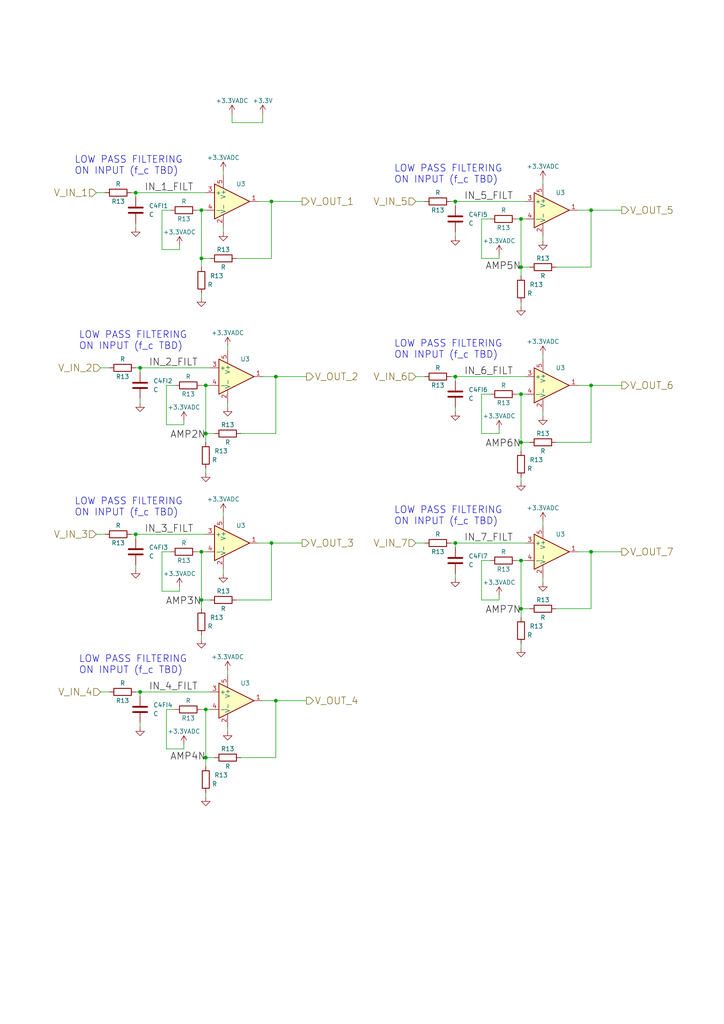
<source format=kicad_sch>
(kicad_sch (version 20230121) (generator eeschema)
  (paper "A4" portrait)
  (lib_symbols
    (symbol "Device:C" (pin_numbers hide) (pin_names (offset 0.254))
      (property "Reference" "C" (at 0.635 2.54 0))
      (property "Value" "C" (at 0.635 -2.54 0))
      (symbol "C_0_1"
        (polyline (pts (xy -2.032 -0.762) (xy 2.032 -0.762)) (stroke (width 0.508)))
        (polyline (pts (xy -2.032 0.762) (xy 2.032 0.762)) (stroke (width 0.508)))
      )
      (symbol "C_1_1"
        (pin passive line (at 0 3.81 270) (length 2.794) (name "~") (number "1"))
        (pin passive line (at 0 -3.81 90) (length 2.794) (name "~") (number "2"))
      )
    )
    (symbol "Device:R" (pin_numbers hide) (pin_names (offset 0))
      (property "Reference" "R" (at 2.032 0 90))
      (property "Value" "R" (at 0 0 90))
      (symbol "R_0_1"
        (rectangle (start -1.016 -2.54) (end 1.016 2.54) (stroke (width 0.254)))
      )
      (symbol "R_1_1"
        (pin passive line (at 0 3.81 270) (length 1.27) (name "~") (number "1"))
        (pin passive line (at 0 -3.81 90) (length 1.27) (name "~") (number "2"))
      )
    )
    (symbol "OPAMP_1" (pin_names (offset 0.254))
      (property "Reference" "U9" (at 2.54 5.08 0))
      (symbol "OPAMP_1_0_1"
        (polyline (pts (xy 5.08 0) (xy -5.08 5.08) (xy -5.08 -5.08) (xy 5.08 0)) (stroke (width 0.254)) (fill (type background)))
      )
      (symbol "OPAMP_1_1_1"
        (pin output line (at 7.62 0 180) (length 2.54) (name "~") (number "1"))
        (pin power_in line (at -2.54 -7.62 90) (length 3.81) (name "V-") (number "2"))
        (pin input line (at -7.62 2.54 0) (length 2.54) (name "+") (number "3"))
        (pin input line (at -7.62 -2.54 0) (length 2.54) (name "-") (number "4"))
        (pin power_in line (at -2.54 7.62 270) (length 3.81) (name "V+") (number "5"))
      )
    )
    (symbol "power:+3.3V" (power) (pin_names (offset 0))
      (property "Value" "+3.3V" (at 0 3.556 0))
      (symbol "+3.3V_0_1"
        (polyline (pts (xy -0.762 1.27) (xy 0 2.54)))
        (polyline (pts (xy 0 0) (xy 0 2.54)))
        (polyline (pts (xy 0 2.54) (xy 0.762 1.27)))
      )
      (symbol "+3.3V_1_1"
        (pin power_in line (at 0 0 90) (length 0) hide (name "+3.3V") (number "1"))
      )
    )
    (symbol "power:+3.3VADC" (power) (pin_names (offset 0))
      (property "Value" "+3.3VADC" (at 0 2.54 0))
      (symbol "+3.3VADC_0_0"
        (pin power_in line (at 0 0 90) (length 0) hide (name "+3.3VADC") (number "1"))
      )
      (symbol "+3.3VADC_0_1"
        (polyline (pts (xy -0.762 1.27) (xy 0 2.54)))
        (polyline (pts (xy 0 0) (xy 0 2.54)))
        (polyline (pts (xy 0 2.54) (xy 0.762 1.27)))
      )
    )
    (symbol "power:GND" (power) (pin_names (offset 0))
      (property "Value" "GND" (at 0 -3.81 0))
      (symbol "GND_0_1"
        (polyline (pts (xy 0 0) (xy 0 -1.27) (xy 1.27 -1.27) (xy 0 -2.54) (xy -1.27 -1.27) (xy 0 -1.27)))
      )
      (symbol "GND_1_1"
        (pin power_in line (at 0 0 270) (length 0) hide (name "GND") (number "1"))
      )
    )
  )
  (junction (at 171.45 160.02))
  (junction (at 80.01 109.22))
  (junction (at 171.45 111.76))
  (junction (at 40.64 200.66))
  (junction (at 58.42 160.02))
  (junction (at 80.01 203.2))
  (junction (at 40.64 106.68))
  (junction (at 151.13 162.56))
  (junction (at 59.69 205.74))
  (junction (at 151.13 63.5))
  (junction (at 59.69 125.73))
  (junction (at 132.08 58.42))
  (junction (at 132.08 109.22))
  (junction (at 39.37 154.94))
  (junction (at 58.42 74.93))
  (junction (at 78.74 58.42))
  (junction (at 59.69 219.71))
  (junction (at 151.13 77.47))
  (junction (at 58.42 60.96))
  (junction (at 59.69 111.76))
  (junction (at 78.74 157.48))
  (junction (at 58.42 173.99))
  (junction (at 151.13 176.53))
  (junction (at 151.13 114.3))
  (junction (at 132.08 157.48))
  (junction (at 39.37 55.88))
  (junction (at 171.45 60.96))
  (junction (at 151.13 128.27))
  (wire (pts (xy 46.99 60.96) (xy 49.53 60.96)))
  (wire (pts (xy 58.42 60.96) (xy 59.69 60.96)))
  (wire (pts (xy 57.15 160.02) (xy 58.42 160.02)))
  (wire (pts (xy 151.13 162.56) (xy 152.4 162.56)))
  (wire (pts (xy 52.07 171.45) (xy 52.07 170.18)))
  (wire (pts (xy 139.7 63.5) (xy 142.24 63.5)))
  (wire (pts (xy 66.04 194.31) (xy 66.04 195.58)))
  (wire (pts (xy 58.42 111.76) (xy 59.69 111.76)))
  (wire (pts (xy 64.77 165.1) (xy 64.77 166.37)))
  (wire (pts (xy 38.1 154.94) (xy 39.37 154.94)))
  (wire (pts (xy 157.48 167.64) (xy 157.48 168.91)))
  (wire (pts (xy 78.74 173.99) (xy 78.74 157.48)))
  (wire (pts (xy 68.58 74.93) (xy 78.74 74.93)))
  (wire (pts (xy 161.29 128.27) (xy 171.45 128.27)))
  (wire (pts (xy 171.45 128.27) (xy 171.45 111.76)))
  (wire (pts (xy 171.45 111.76) (xy 180.34 111.76)))
  (wire (pts (xy 39.37 64.77) (xy 39.37 66.04)))
  (wire (pts (xy 167.64 111.76) (xy 171.45 111.76)))
  (wire (pts (xy 78.74 74.93) (xy 78.74 58.42)))
  (wire (pts (xy 80.01 125.73) (xy 80.01 109.22)))
  (wire (pts (xy 59.69 231.14) (xy 59.69 229.87)))
  (wire (pts (xy 139.7 114.3) (xy 142.24 114.3)))
  (wire (pts (xy 157.48 151.13) (xy 157.48 152.4)))
  (wire (pts (xy 58.42 160.02) (xy 59.69 160.02)))
  (wire (pts (xy 59.69 125.73) (xy 62.23 125.73)))
  (wire (pts (xy 157.48 102.87) (xy 157.48 104.14)))
  (wire (pts (xy 29.21 200.66) (xy 31.75 200.66)))
  (wire (pts (xy 59.69 125.73) (xy 59.69 128.27)))
  (wire (pts (xy 132.08 58.42) (xy 132.08 59.69)))
  (wire (pts (xy 39.37 154.94) (xy 39.37 156.21)))
  (wire (pts (xy 40.64 200.66) (xy 60.96 200.66)))
  (wire (pts (xy 74.93 157.48) (xy 78.74 157.48)))
  (wire (pts (xy 151.13 139.7) (xy 151.13 138.43)))
  (wire (pts (xy 144.78 173.99) (xy 144.78 172.72)))
  (wire (pts (xy 151.13 162.56) (xy 151.13 176.53)))
  (wire (pts (xy 48.26 111.76) (xy 48.26 123.19)))
  (wire (pts (xy 59.69 219.71) (xy 59.69 222.25)))
  (wire (pts (xy 80.01 203.2) (xy 88.9 203.2)))
  (wire (pts (xy 139.7 173.99) (xy 144.78 173.99)))
  (wire (pts (xy 130.81 58.42) (xy 132.08 58.42)))
  (wire (pts (xy 59.69 205.74) (xy 59.69 219.71)))
  (wire (pts (xy 64.77 66.04) (xy 64.77 67.31)))
  (wire (pts (xy 139.7 162.56) (xy 139.7 173.99)))
  (wire (pts (xy 80.01 109.22) (xy 88.9 109.22)))
  (wire (pts (xy 38.1 55.88) (xy 39.37 55.88)))
  (wire (pts (xy 132.08 67.31) (xy 132.08 68.58)))
  (wire (pts (xy 58.42 74.93) (xy 58.42 77.47)))
  (wire (pts (xy 58.42 74.93) (xy 60.96 74.93)))
  (wire (pts (xy 161.29 77.47) (xy 171.45 77.47)))
  (wire (pts (xy 48.26 205.74) (xy 48.26 217.17)))
  (wire (pts (xy 132.08 157.48) (xy 152.4 157.48)))
  (wire (pts (xy 78.74 58.42) (xy 87.63 58.42)))
  (wire (pts (xy 151.13 176.53) (xy 153.67 176.53)))
  (wire (pts (xy 58.42 60.96) (xy 58.42 74.93)))
  (wire (pts (xy 78.74 157.48) (xy 87.63 157.48)))
  (wire (pts (xy 120.65 58.42) (xy 123.19 58.42)))
  (wire (pts (xy 80.01 219.71) (xy 80.01 203.2)))
  (wire (pts (xy 58.42 185.42) (xy 58.42 184.15)))
  (wire (pts (xy 139.7 74.93) (xy 144.78 74.93)))
  (wire (pts (xy 149.86 63.5) (xy 151.13 63.5)))
  (wire (pts (xy 171.45 160.02) (xy 180.34 160.02)))
  (wire (pts (xy 40.64 106.68) (xy 40.64 107.95)))
  (wire (pts (xy 39.37 106.68) (xy 40.64 106.68)))
  (wire (pts (xy 151.13 114.3) (xy 152.4 114.3)))
  (wire (pts (xy 39.37 55.88) (xy 39.37 57.15)))
  (wire (pts (xy 46.99 160.02) (xy 46.99 171.45)))
  (wire (pts (xy 76.2 109.22) (xy 80.01 109.22)))
  (wire (pts (xy 132.08 109.22) (xy 132.08 110.49)))
  (wire (pts (xy 151.13 77.47) (xy 153.67 77.47)))
  (wire (pts (xy 139.7 114.3) (xy 139.7 125.73)))
  (wire (pts (xy 40.64 106.68) (xy 60.96 106.68)))
  (wire (pts (xy 48.26 123.19) (xy 53.34 123.19)))
  (wire (pts (xy 132.08 157.48) (xy 132.08 158.75)))
  (wire (pts (xy 58.42 173.99) (xy 60.96 173.99)))
  (wire (pts (xy 157.48 52.07) (xy 157.48 53.34)))
  (wire (pts (xy 66.04 210.82) (xy 66.04 212.09)))
  (wire (pts (xy 171.45 77.47) (xy 171.45 60.96)))
  (wire (pts (xy 39.37 55.88) (xy 59.69 55.88)))
  (wire (pts (xy 58.42 173.99) (xy 58.42 176.53)))
  (wire (pts (xy 59.69 137.16) (xy 59.69 135.89)))
  (wire (pts (xy 76.2 203.2) (xy 80.01 203.2)))
  (wire (pts (xy 132.08 118.11) (xy 132.08 119.38)))
  (wire (pts (xy 40.64 115.57) (xy 40.64 116.84)))
  (wire (pts (xy 151.13 77.47) (xy 151.13 80.01)))
  (wire (pts (xy 59.69 111.76) (xy 60.96 111.76)))
  (wire (pts (xy 74.93 58.42) (xy 78.74 58.42)))
  (wire (pts (xy 57.15 60.96) (xy 58.42 60.96)))
  (wire (pts (xy 39.37 163.83) (xy 39.37 165.1)))
  (wire (pts (xy 151.13 63.5) (xy 151.13 77.47)))
  (wire (pts (xy 139.7 63.5) (xy 139.7 74.93)))
  (wire (pts (xy 64.77 49.53) (xy 64.77 50.8)))
  (wire (pts (xy 151.13 176.53) (xy 151.13 179.07)))
  (wire (pts (xy 171.45 176.53) (xy 171.45 160.02)))
  (wire (pts (xy 157.48 68.58) (xy 157.48 69.85)))
  (wire (pts (xy 149.86 114.3) (xy 151.13 114.3)))
  (wire (pts (xy 161.29 176.53) (xy 171.45 176.53)))
  (wire (pts (xy 48.26 111.76) (xy 50.8 111.76)))
  (wire (pts (xy 151.13 128.27) (xy 151.13 130.81)))
  (wire (pts (xy 48.26 217.17) (xy 53.34 217.17)))
  (wire (pts (xy 29.21 106.68) (xy 31.75 106.68)))
  (wire (pts (xy 46.99 72.39) (xy 52.07 72.39)))
  (wire (pts (xy 59.69 205.74) (xy 60.96 205.74)))
  (wire (pts (xy 132.08 109.22) (xy 152.4 109.22)))
  (wire (pts (xy 46.99 171.45) (xy 52.07 171.45)))
  (wire (pts (xy 139.7 125.73) (xy 144.78 125.73)))
  (wire (pts (xy 120.65 157.48) (xy 123.19 157.48)))
  (wire (pts (xy 64.77 148.59) (xy 64.77 149.86)))
  (wire (pts (xy 39.37 200.66) (xy 40.64 200.66)))
  (wire (pts (xy 149.86 162.56) (xy 151.13 162.56)))
  (wire (pts (xy 40.64 200.66) (xy 40.64 201.93)))
  (wire (pts (xy 39.37 154.94) (xy 59.69 154.94)))
  (wire (pts (xy 27.94 154.94) (xy 30.48 154.94)))
  (wire (pts (xy 157.48 119.38) (xy 157.48 120.65)))
  (wire (pts (xy 48.26 205.74) (xy 50.8 205.74)))
  (wire (pts (xy 53.34 217.17) (xy 53.34 215.9)))
  (wire (pts (xy 151.13 187.96) (xy 151.13 186.69)))
  (wire (pts (xy 58.42 86.36) (xy 58.42 85.09)))
  (wire (pts (xy 132.08 58.42) (xy 152.4 58.42)))
  (wire (pts (xy 130.81 109.22) (xy 132.08 109.22)))
  (wire (pts (xy 67.31 33.02) (xy 67.31 35.56)))
  (wire (pts (xy 46.99 160.02) (xy 49.53 160.02)))
  (wire (pts (xy 167.64 160.02) (xy 171.45 160.02)))
  (wire (pts (xy 76.2 35.56) (xy 76.2 33.02)))
  (wire (pts (xy 52.07 72.39) (xy 52.07 71.12)))
  (wire (pts (xy 144.78 125.73) (xy 144.78 124.46)))
  (wire (pts (xy 58.42 160.02) (xy 58.42 173.99)))
  (wire (pts (xy 144.78 74.93) (xy 144.78 73.66)))
  (wire (pts (xy 132.08 166.37) (xy 132.08 167.64)))
  (wire (pts (xy 27.94 55.88) (xy 30.48 55.88)))
  (wire (pts (xy 171.45 60.96) (xy 180.34 60.96)))
  (wire (pts (xy 151.13 63.5) (xy 152.4 63.5)))
  (wire (pts (xy 66.04 116.84) (xy 66.04 118.11)))
  (wire (pts (xy 68.58 173.99) (xy 78.74 173.99)))
  (wire (pts (xy 139.7 162.56) (xy 142.24 162.56)))
  (wire (pts (xy 46.99 60.96) (xy 46.99 72.39)))
  (wire (pts (xy 151.13 114.3) (xy 151.13 128.27)))
  (wire (pts (xy 59.69 111.76) (xy 59.69 125.73)))
  (wire (pts (xy 59.69 219.71) (xy 62.23 219.71)))
  (wire (pts (xy 53.34 123.19) (xy 53.34 121.92)))
  (wire (pts (xy 69.85 219.71) (xy 80.01 219.71)))
  (wire (pts (xy 130.81 157.48) (xy 132.08 157.48)))
  (wire (pts (xy 151.13 128.27) (xy 153.67 128.27)))
  (wire (pts (xy 66.04 100.33) (xy 66.04 101.6)))
  (wire (pts (xy 120.65 109.22) (xy 123.19 109.22)))
  (wire (pts (xy 69.85 125.73) (xy 80.01 125.73)))
  (wire (pts (xy 58.42 205.74) (xy 59.69 205.74)))
  (wire (pts (xy 40.64 209.55) (xy 40.64 210.82)))
  (wire (pts (xy 167.64 60.96) (xy 171.45 60.96)))
  (wire (pts (xy 67.31 35.56) (xy 76.2 35.56)))
  (wire (pts (xy 151.13 88.9) (xy 151.13 87.63)))
  (text "LOW PASS FILTERING\nON INPUT (f_c TBD)\n" (at 114.3 152.4 0) (effects (font (size 2 2)) (justify left bottom)))
  (text "LOW PASS FILTERING\nON INPUT (f_c TBD)\n" (at 21.59 50.8 0) (effects (font (size 2 2)) (justify left bottom)))
  (text "LOW PASS FILTERING\nON INPUT (f_c TBD)\n" (at 114.3 53.34 0) (effects (font (size 2 2)) (justify left bottom)))
  (text "LOW PASS FILTERING\nON INPUT (f_c TBD)\n" (at 21.59 149.86 0) (effects (font (size 2 2)) (justify left bottom)))
  (text "LOW PASS FILTERING\nON INPUT (f_c TBD)\n" (at 22.86 101.6 0) (effects (font (size 2 2)) (justify left bottom)))
  (text "LOW PASS FILTERING\nON INPUT (f_c TBD)\n" (at 22.86 195.58 0) (effects (font (size 2 2)) (justify left bottom)))
  (text "LOW PASS FILTERING\nON INPUT (f_c TBD)\n" (at 114.3 104.14 0) (effects (font (size 2 2)) (justify left bottom)))
  (label "IN_5_FILT" (at 134.62 58.42 0) (effects (font (size 2.032 2.032))))
  (label "AMP5N" (at 151.13 78.74 180) (effects (font (size 2.032 2.032))))
  (label "IN_1_FILT" (at 41.91 55.88 0) (effects (font (size 2.032 2.032))))
  (label "AMP7N" (at 151.13 178.435 180) (effects (font (size 2.032 2.032))))
  (label "IN_6_FILT" (at 134.62 109.22 0) (effects (font (size 2.032 2.032))))
  (label "IN_2_FILT" (at 43.18 106.68 0) (effects (font (size 2.032 2.032))))
  (label "IN_7_FILT" (at 134.62 157.48 0) (effects (font (size 2.032 2.032))))
  (label "AMP3N" (at 58.42 175.895 180) (effects (font (size 2.032 2.032))))
  (label "AMP6N" (at 151.13 130.175 180) (effects (font (size 2.032 2.032))))
  (label "AMP2N" (at 59.69 127.635 180) (effects (font (size 2.032 2.032))))
  (label "IN_4_FILT" (at 43.18 200.66 0) (effects (font (size 2.032 2.032))))
  (label "AMP4N" (at 59.69 220.98 180) (effects (font (size 2.032 2.032))))
  (label "IN_3_FILT" (at 41.91 154.94 0) (effects (font (size 2.032 2.032))))
  (hierarchical_label "V_OUT_7" (shape output) (at 180.34 160.02 0) (effects (font (size 2.032 2.032))))
  (hierarchical_label "V_IN_1" (shape input) (at 27.94 55.88 180) (effects (font (size 2.032 2.032))))
  (hierarchical_label "V_OUT_4" (shape output) (at 88.9 203.2 0) (effects (font (size 2.032 2.032))))
  (hierarchical_label "V_OUT_3" (shape output) (at 87.63 157.48 0) (effects (font (size 2.032 2.032))))
  (hierarchical_label "V_IN_6" (shape input) (at 120.65 109.22 180) (effects (font (size 2.032 2.032))))
  (hierarchical_label "V_OUT_1" (shape output) (at 87.63 58.42 0) (effects (font (size 2.032 2.032))))
  (hierarchical_label "V_OUT_2" (shape output) (at 88.9 109.22 0) (effects (font (size 2.032 2.032))))
  (hierarchical_label "V_OUT_6" (shape output) (at 180.34 111.76 0) (effects (font (size 2.032 2.032))))
  (hierarchical_label "V_IN_5" (shape input) (at 120.65 58.42 180) (effects (font (size 2.032 2.032))))
  (hierarchical_label "V_OUT_5" (shape output) (at 180.34 60.96 0) (effects (font (size 2.032 2.032))))
  (hierarchical_label "V_IN_7" (shape input) (at 120.65 157.48 180) (effects (font (size 2.032 2.032))))
  (hierarchical_label "V_IN_4" (shape input) (at 29.21 200.66 180) (effects (font (size 2.032 2.032))))
  (hierarchical_label "V_IN_3" (shape input) (at 27.94 154.94 180) (effects (font (size 2.032 2.032))))
  (hierarchical_label "V_IN_2" (shape input) (at 29.21 106.68 180) (effects (font (size 2.032 2.032))))
  (symbol (lib_id "power:GND") (at 39.37 66.04 0) (unit 1)
    (property "Reference" "#PWR029" (effects hide))
    (property "Value" "GND" (effects hide))
    (instances (project "MARV_V0" (path "" (reference "#PWR029") (unit 1)) (path "" (reference "#PWR037") (unit 1))))
  )
  (symbol (lib_id "power:+3.3VADC") (at 53.34 121.92 0) (unit 1)
    (property "Reference" "#PWR030" (effects hide))
    (property "Value" "+3.3VADC" (at 53.34 118.11 0))
    (instances (project "MARV_V0" (path "" (reference "#PWR030") (unit 1)) (path "" (reference "#PWR039") (unit 1))))
  )
  (symbol (lib_id "power:GND") (at 39.37 165.1 0) (unit 1)
    (property "Reference" "#PWR029" (effects hide))
    (property "Value" "GND" (effects hide))
    (instances (project "MARV_V0" (path "" (reference "#PWR029") (unit 1)) (path "" (reference "#PWR043") (unit 1))))
  )
  (symbol (lib_id "Device:R") (at 54.61 205.74 90) (unit 1)
    (property "Reference" "R13" (at 54.61 208.28 90))
    (property "Value" "R" (at 54.61 203.2 90))
    (property "Footprint" "Resistor_SMD:R_0402_1005Metric" (effects hide))
    (instances (project "MARV_V0" (path "" (reference "R13") (unit 1)) (path "" (reference "R4O4") (unit 1))))
  )
  (symbol (lib_id "Device:R") (at 35.56 106.68 90) (unit 1)
    (property "Reference" "R13" (at 35.56 109.22 90))
    (property "Value" "R" (at 35.56 104.14 90))
    (property "Footprint" "Resistor_SMD:R_0402_1005Metric" (effects hide))
    (instances (project "MARV_V0" (path "" (reference "R13") (unit 1)) (path "" (reference "R4FI2") (unit 1))))
  )
  (symbol (lib_id "Device:C") (at 40.64 205.74 0) (unit 1)
    (property "Reference" "C4FI4" (at 44.45 204.47 0) (effects (justify left)))
    (property "Value" "C" (at 44.45 207.01 0) (effects (justify left)))
    (property "Footprint" "Capacitor_SMD:C_0201_0603Metric" (effects hide))
  )
  (symbol (lib_id "Device:R") (at 64.77 173.99 270) (unit 1)
    (property "Reference" "R13" (at 64.77 171.45 90))
    (property "Value" "R" (at 64.77 176.53 90))
    (property "Footprint" "Resistor_SMD:R_0402_1005Metric" (effects hide))
    (instances (project "MARV_V0" (path "" (reference "R13") (unit 1)) (path "" (reference "R4FE3") (unit 1))))
  )
  (symbol (lib_name "OPAMP_1") (lib_id "Simulation_SPICE:OPAMP") (at 67.31 58.42 0) (unit 1)
    (property "Reference" "U3" (at 69.85 53.34 0))
    (property "Value" "${SIM.PARAMS}" (effects hide))
    (property "Footprint" "OPA322:DBV5_TEX-L" (effects hide))
    (property "Sim.Pins" "1=1 2=2 3=3 4=4 5=5" (effects hide))
    (property "Sim.Device" "SPICE" (effects hide))
    (property "Sim.Params" "type=\"X\" model=\"OPAMP\" lib=\"\"" (effects hide))
    (instances (project "MARV_V0" (path "" (reference "U3") (unit 1)) (path "" (reference "AMP1") (unit 1))))
  )
  (symbol (lib_id "power:GND") (at 132.08 68.58 0) (unit 1)
    (property "Reference" "#PWR029" (effects hide))
    (property "Value" "GND" (effects hide))
    (instances (project "MARV_V0" (path "" (reference "#PWR029") (unit 1)) (path "" (reference "#PWR055") (unit 1))))
  )
  (symbol (lib_id "Device:R") (at 157.48 77.47 270) (unit 1)
    (property "Reference" "R13" (at 157.48 74.93 90))
    (property "Value" "R" (at 157.48 80.01 90))
    (property "Footprint" "Resistor_SMD:R_0402_1005Metric" (effects hide))
    (instances (project "MARV_V0" (path "" (reference "R13") (unit 1)) (path "" (reference "R4FE5") (unit 1))))
  )
  (symbol (lib_id "Device:R") (at 58.42 180.34 180) (unit 1)
    (property "Reference" "R13" (at 62.865 179.07 0))
    (property "Value" "R" (at 60.96 181.61 0))
    (property "Footprint" "Resistor_SMD:R_0402_1005Metric" (effects hide))
    (instances (project "MARV_V0" (path "" (reference "R13") (unit 1)) (path "" (reference "R4L3") (unit 1))))
  )
  (symbol (lib_id "power:GND") (at 59.69 231.14 0) (unit 1)
    (property "Reference" "#PWR029" (effects hide))
    (property "Value" "GND" (effects hide))
    (instances (project "MARV_V0" (path "" (reference "#PWR029") (unit 1)) (path "" (reference "#PWR050") (unit 1))))
  )
  (symbol (lib_id "power:+3.3VADC") (at 64.77 148.59 0) (unit 1)
    (property "Reference" "#PWR030" (effects hide))
    (property "Value" "+3.3VADC" (at 64.77 144.78 0))
    (instances (project "MARV_V0" (path "" (reference "#PWR030") (unit 1)) (path "" (reference "#PWR046") (unit 1))))
  )
  (symbol (lib_id "Device:C") (at 132.08 114.3 0) (unit 1)
    (property "Reference" "C4FI6" (at 135.89 113.03 0) (effects (justify left)))
    (property "Value" "C" (at 135.89 115.57 0) (effects (justify left)))
    (property "Footprint" "Capacitor_SMD:C_0201_0603Metric" (effects hide))
  )
  (symbol (lib_id "Device:R") (at 53.34 160.02 90) (unit 1)
    (property "Reference" "R13" (at 53.34 162.56 90))
    (property "Value" "R" (at 53.34 157.48 90))
    (property "Footprint" "Resistor_SMD:R_0402_1005Metric" (effects hide))
    (instances (project "MARV_V0" (path "" (reference "R13") (unit 1)) (path "" (reference "R4O3") (unit 1))))
  )
  (symbol (lib_id "Device:R") (at 151.13 83.82 180) (unit 1)
    (property "Reference" "R13" (at 155.575 82.55 0))
    (property "Value" "R" (at 153.67 85.09 0))
    (property "Footprint" "Resistor_SMD:R_0402_1005Metric" (effects hide))
    (instances (project "MARV_V0" (path "" (reference "R13") (unit 1)) (path "" (reference "R4L5") (unit 1))))
  )
  (symbol (lib_id "power:+3.3VADC") (at 52.07 170.18 0) (unit 1)
    (property "Reference" "#PWR030" (effects hide))
    (property "Value" "+3.3VADC" (at 52.07 166.37 0))
    (instances (project "MARV_V0" (path "" (reference "#PWR030") (unit 1)) (path "" (reference "#PWR044") (unit 1))))
  )
  (symbol (lib_id "Device:C") (at 132.08 162.56 0) (unit 1)
    (property "Reference" "C4FI7" (at 135.89 161.29 0) (effects (justify left)))
    (property "Value" "C" (at 135.89 163.83 0) (effects (justify left)))
    (property "Footprint" "Capacitor_SMD:C_0201_0603Metric" (effects hide))
  )
  (symbol (lib_id "Device:C") (at 39.37 160.02 0) (unit 1)
    (property "Reference" "C4FI3" (at 43.18 158.75 0) (effects (justify left)))
    (property "Value" "C" (at 43.18 161.29 0) (effects (justify left)))
    (property "Footprint" "Capacitor_SMD:C_0201_0603Metric" (effects hide))
  )
  (symbol (lib_id "Device:R") (at 157.48 176.53 270) (unit 1)
    (property "Reference" "R13" (at 157.48 173.99 90))
    (property "Value" "R" (at 157.48 179.07 90))
    (property "Footprint" "Resistor_SMD:R_0402_1005Metric" (effects hide))
    (instances (project "MARV_V0" (path "" (reference "R13") (unit 1)) (path "" (reference "R4FE7") (unit 1))))
  )
  (symbol (lib_id "Device:R") (at 127 157.48 90) (unit 1)
    (property "Reference" "R13" (at 127 160.02 90))
    (property "Value" "R" (at 127 154.94 90))
    (property "Footprint" "Resistor_SMD:R_0402_1005Metric" (effects hide))
    (instances (project "MARV_V0" (path "" (reference "R13") (unit 1)) (path "" (reference "R4FI7") (unit 1))))
  )
  (symbol (lib_id "Device:R") (at 64.77 74.93 270) (unit 1)
    (property "Reference" "R13" (at 64.77 72.39 90))
    (property "Value" "R" (at 64.77 77.47 90))
    (property "Footprint" "Resistor_SMD:R_0402_1005Metric" (effects hide))
    (instances (project "MARV_V0" (path "" (reference "R13") (unit 1)) (path "" (reference "R4FE1") (unit 1))))
  )
  (symbol (lib_id "Device:R") (at 151.13 134.62 180) (unit 1)
    (property "Reference" "R13" (at 155.575 133.35 0))
    (property "Value" "R" (at 153.67 135.89 0))
    (property "Footprint" "Resistor_SMD:R_0402_1005Metric" (effects hide))
    (instances (project "MARV_V0" (path "" (reference "R13") (unit 1)) (path "" (reference "R4L6") (unit 1))))
  )
  (symbol (lib_id "power:GND") (at 66.04 212.09 0) (unit 1)
    (property "Reference" "#PWR029" (effects hide))
    (property "Value" "GND" (effects hide))
    (instances (project "MARV_V0" (path "" (reference "#PWR029") (unit 1)) (path "" (reference "#PWR052") (unit 1))))
  )
  (symbol (lib_id "Device:R") (at 35.56 200.66 90) (unit 1)
    (property "Reference" "R13" (at 35.56 203.2 90))
    (property "Value" "R" (at 35.56 198.12 90))
    (property "Footprint" "Resistor_SMD:R_0402_1005Metric" (effects hide))
    (instances (project "MARV_V0" (path "" (reference "R13") (unit 1)) (path "" (reference "R4FI4") (unit 1))))
  )
  (symbol (lib_id "Device:R") (at 34.29 55.88 90) (unit 1)
    (property "Reference" "R13" (at 34.29 58.42 90))
    (property "Value" "R" (at 34.29 53.34 90))
    (property "Footprint" "Resistor_SMD:R_0402_1005Metric" (effects hide))
    (instances (project "MARV_V0" (path "" (reference "R13") (unit 1)) (path "" (reference "R4FI1") (unit 1))))
  )
  (symbol (lib_id "power:+3.3VADC") (at 53.34 215.9 0) (unit 1)
    (property "Reference" "#PWR030" (effects hide))
    (property "Value" "+3.3VADC" (at 53.34 212.09 0))
    (instances (project "MARV_V0" (path "" (reference "#PWR030") (unit 1)) (path "" (reference "#PWR049") (unit 1))))
  )
  (symbol (lib_id "power:+3.3VADC") (at 157.48 102.87 0) (unit 1)
    (property "Reference" "#PWR030" (effects hide))
    (property "Value" "+3.3VADC" (at 157.48 99.06 0))
    (instances (project "MARV_V0" (path "" (reference "#PWR030") (unit 1)) (path "" (reference "#PWR063") (unit 1))))
  )
  (symbol (lib_name "OPAMP_1") (lib_id "Simulation_SPICE:OPAMP") (at 68.58 109.22 0) (unit 1)
    (property "Reference" "U3" (at 71.12 104.14 0))
    (property "Value" "${SIM.PARAMS}" (effects hide))
    (property "Footprint" "OPA322:DBV5_TEX-L" (effects hide))
    (property "Sim.Pins" "1=1 2=2 3=3 4=4 5=5" (effects hide))
    (property "Sim.Device" "SPICE" (effects hide))
    (property "Sim.Params" "type=\"X\" model=\"OPAMP\" lib=\"\"" (effects hide))
    (instances (project "MARV_V0" (path "" (reference "U3") (unit 1)) (path "" (reference "AMP2") (unit 1))))
  )
  (symbol (lib_id "power:+3.3VADC") (at 157.48 151.13 0) (unit 1)
    (property "Reference" "#PWR030" (effects hide))
    (property "Value" "+3.3VADC" (at 157.48 147.32 0))
    (instances (project "MARV_V0" (path "" (reference "#PWR030") (unit 1)) (path "" (reference "#PWR068") (unit 1))))
  )
  (symbol (lib_id "power:+3.3VADC") (at 64.77 49.53 0) (unit 1)
    (property "Reference" "#PWR030" (effects hide))
    (property "Value" "+3.3VADC" (at 64.77 45.72 0))
    (instances (project "MARV_V0" (path "" (reference "#PWR030") (unit 1)) (path "" (reference "#PWR053") (unit 1))))
  )
  (symbol (lib_id "Device:R") (at 157.48 128.27 270) (unit 1)
    (property "Reference" "R13" (at 157.48 125.73 90))
    (property "Value" "R" (at 157.48 130.81 90))
    (property "Footprint" "Resistor_SMD:R_0402_1005Metric" (effects hide))
    (instances (project "MARV_V0" (path "" (reference "R13") (unit 1)) (path "" (reference "R4FE6") (unit 1))))
  )
  (symbol (lib_id "Device:R") (at 146.05 114.3 90) (unit 1)
    (property "Reference" "R13" (at 146.05 116.84 90))
    (property "Value" "R" (at 146.05 111.76 90))
    (property "Footprint" "Resistor_SMD:R_0402_1005Metric" (effects hide))
    (instances (project "MARV_V0" (path "" (reference "R13") (unit 1)) (path "" (reference "R4O6") (unit 1))))
  )
  (symbol (lib_name "OPAMP_1") (lib_id "Simulation_SPICE:OPAMP") (at 68.58 203.2 0) (unit 1)
    (property "Reference" "U3" (at 71.12 198.12 0))
    (property "Value" "${SIM.PARAMS}" (effects hide))
    (property "Footprint" "OPA322:DBV5_TEX-L" (effects hide))
    (property "Sim.Pins" "1=1 2=2 3=3 4=4 5=5" (effects hide))
    (property "Sim.Device" "SPICE" (effects hide))
    (property "Sim.Params" "type=\"X\" model=\"OPAMP\" lib=\"\"" (effects hide))
    (instances (project "MARV_V0" (path "" (reference "U3") (unit 1)) (path "" (reference "AMP4") (unit 1))))
  )
  (symbol (lib_id "power:+3.3VADC") (at 144.78 73.66 0) (unit 1)
    (property "Reference" "#PWR030" (effects hide))
    (property "Value" "+3.3VADC" (at 144.78 69.85 0))
    (instances (project "MARV_V0" (path "" (reference "#PWR030") (unit 1)) (path "" (reference "#PWR056") (unit 1))))
  )
  (symbol (lib_id "Device:R") (at 66.04 125.73 270) (unit 1)
    (property "Reference" "R13" (at 66.04 123.19 90))
    (property "Value" "R" (at 66.04 128.27 90))
    (property "Footprint" "Resistor_SMD:R_0402_1005Metric" (effects hide))
    (instances (project "MARV_V0" (path "" (reference "R13") (unit 1)) (path "" (reference "R4FE2") (unit 1))))
  )
  (symbol (lib_id "Device:R") (at 127 109.22 90) (unit 1)
    (property "Reference" "R13" (at 127 111.76 90))
    (property "Value" "R" (at 127 106.68 90))
    (property "Footprint" "Resistor_SMD:R_0402_1005Metric" (effects hide))
    (instances (project "MARV_V0" (path "" (reference "R13") (unit 1)) (path "" (reference "R4FI6") (unit 1))))
  )
  (symbol (lib_id "power:GND") (at 59.69 137.16 0) (unit 1)
    (property "Reference" "#PWR029" (effects hide))
    (property "Value" "GND" (effects hide))
    (instances (project "MARV_V0" (path "" (reference "#PWR029") (unit 1)) (path "" (reference "#PWR040") (unit 1))))
  )
  (symbol (lib_id "power:GND") (at 151.13 139.7 0) (unit 1)
    (property "Reference" "#PWR029" (effects hide))
    (property "Value" "GND" (effects hide))
    (instances (project "MARV_V0" (path "" (reference "#PWR029") (unit 1)) (path "" (reference "#PWR062") (unit 1))))
  )
  (symbol (lib_id "power:GND") (at 151.13 187.96 0) (unit 1)
    (property "Reference" "#PWR029" (effects hide))
    (property "Value" "GND" (effects hide))
    (instances (project "MARV_V0" (path "" (reference "#PWR029") (unit 1)) (path "" (reference "#PWR067") (unit 1))))
  )
  (symbol (lib_id "Device:C") (at 40.64 111.76 0) (unit 1)
    (property "Reference" "C4FI2" (at 44.45 110.49 0) (effects (justify left)))
    (property "Value" "C" (at 44.45 113.03 0) (effects (justify left)))
    (property "Footprint" "Capacitor_SMD:C_0201_0603Metric" (effects hide))
  )
  (symbol (lib_id "Device:R") (at 34.29 154.94 90) (unit 1)
    (property "Reference" "R13" (at 34.29 157.48 90))
    (property "Value" "R" (at 34.29 152.4 90))
    (property "Footprint" "Resistor_SMD:R_0402_1005Metric" (effects hide))
    (instances (project "MARV_V0" (path "" (reference "R13") (unit 1)) (path "" (reference "R4FI3") (unit 1))))
  )
  (symbol (lib_id "power:+3.3VADC") (at 144.78 124.46 0) (unit 1)
    (property "Reference" "#PWR030" (effects hide))
    (property "Value" "+3.3VADC" (at 144.78 120.65 0))
    (instances (project "MARV_V0" (path "" (reference "#PWR030") (unit 1)) (path "" (reference "#PWR061") (unit 1))))
  )
  (symbol (lib_id "power:GND") (at 40.64 116.84 0) (unit 1)
    (property "Reference" "#PWR029" (effects hide))
    (property "Value" "GND" (effects hide))
    (instances (project "MARV_V0" (path "" (reference "#PWR029") (unit 1)) (path "" (reference "#PWR038") (unit 1))))
  )
  (symbol (lib_id "power:GND") (at 157.48 69.85 0) (unit 1)
    (property "Reference" "#PWR029" (effects hide))
    (property "Value" "GND" (effects hide))
    (instances (project "MARV_V0" (path "" (reference "#PWR029") (unit 1)) (path "" (reference "#PWR059") (unit 1))))
  )
  (symbol (lib_name "OPAMP_1") (lib_id "Simulation_SPICE:OPAMP") (at 160.02 160.02 0) (unit 1)
    (property "Reference" "U3" (at 162.56 154.94 0))
    (property "Value" "${SIM.PARAMS}" (effects hide))
    (property "Footprint" "OPA322:DBV5_TEX-L" (effects hide))
    (property "Sim.Pins" "1=1 2=2 3=3 4=4 5=5" (effects hide))
    (property "Sim.Device" "SPICE" (effects hide))
    (property "Sim.Params" "type=\"X\" model=\"OPAMP\" lib=\"\"" (effects hide))
    (instances (project "MARV_V0" (path "" (reference "U3") (unit 1)) (path "" (reference "AMP7") (unit 1))))
  )
  (symbol (lib_id "power:+3.3VADC") (at 144.78 172.72 0) (unit 1)
    (property "Reference" "#PWR030" (effects hide))
    (property "Value" "+3.3VADC" (at 144.78 168.91 0))
    (instances (project "MARV_V0" (path "" (reference "#PWR030") (unit 1)) (path "" (reference "#PWR066") (unit 1))))
  )
  (symbol (lib_name "OPAMP_1") (lib_id "Simulation_SPICE:OPAMP") (at 160.02 111.76 0) (unit 1)
    (property "Reference" "U3" (at 162.56 106.68 0))
    (property "Value" "${SIM.PARAMS}" (effects hide))
    (property "Footprint" "OPA322:DBV5_TEX-L" (effects hide))
    (property "Sim.Pins" "1=1 2=2 3=3 4=4 5=5" (effects hide))
    (property "Sim.Device" "SPICE" (effects hide))
    (property "Sim.Params" "type=\"X\" model=\"OPAMP\" lib=\"\"" (effects hide))
    (instances (project "MARV_V0" (path "" (reference "U3") (unit 1)) (path "" (reference "AMP6") (unit 1))))
  )
  (symbol (lib_id "Device:R") (at 59.69 132.08 180) (unit 1)
    (property "Reference" "R13" (at 64.135 130.81 0))
    (property "Value" "R" (at 62.23 133.35 0))
    (property "Footprint" "Resistor_SMD:R_0402_1005Metric" (effects hide))
    (instances (project "MARV_V0" (path "" (reference "R13") (unit 1)) (path "" (reference "R4L2") (unit 1))))
  )
  (symbol (lib_id "Device:R") (at 54.61 111.76 90) (unit 1)
    (property "Reference" "R13" (at 54.61 114.3 90))
    (property "Value" "R" (at 54.61 109.22 90))
    (property "Footprint" "Resistor_SMD:R_0402_1005Metric" (effects hide))
    (instances (project "MARV_V0" (path "" (reference "R13") (unit 1)) (path "" (reference "R4O2") (unit 1))))
  )
  (symbol (lib_id "power:+3.3V") (at 76.2 33.02 0) (unit 1)
    (property "Reference" "#PWR020" (effects hide))
    (property "Value" "+3.3V" (at 76.2 29.21 0))
  )
  (symbol (lib_id "power:GND") (at 64.77 67.31 0) (unit 1)
    (property "Reference" "#PWR029" (effects hide))
    (property "Value" "GND" (effects hide))
    (instances (project "MARV_V0" (path "" (reference "#PWR029") (unit 1)) (path "" (reference "#PWR054") (unit 1))))
  )
  (symbol (lib_id "Device:R") (at 66.04 219.71 270) (unit 1)
    (property "Reference" "R13" (at 66.04 217.17 90))
    (property "Value" "R" (at 66.04 222.25 90))
    (property "Footprint" "Resistor_SMD:R_0402_1005Metric" (effects hide))
    (instances (project "MARV_V0" (path "" (reference "R13") (unit 1)) (path "" (reference "R4FE4") (unit 1))))
  )
  (symbol (lib_id "power:+3.3VADC") (at 66.04 194.31 0) (unit 1)
    (property "Reference" "#PWR030" (effects hide))
    (property "Value" "+3.3VADC" (at 66.04 190.5 0))
    (instances (project "MARV_V0" (path "" (reference "#PWR030") (unit 1)) (path "" (reference "#PWR051") (unit 1))))
  )
  (symbol (lib_id "power:+3.3VADC") (at 157.48 52.07 0) (unit 1)
    (property "Reference" "#PWR030" (effects hide))
    (property "Value" "+3.3VADC" (at 157.48 48.26 0))
    (instances (project "MARV_V0" (path "" (reference "#PWR030") (unit 1)) (path "" (reference "#PWR058") (unit 1))))
  )
  (symbol (lib_id "power:GND") (at 151.13 88.9 0) (unit 1)
    (property "Reference" "#PWR029" (effects hide))
    (property "Value" "GND" (effects hide))
    (instances (project "MARV_V0" (path "" (reference "#PWR029") (unit 1)) (path "" (reference "#PWR057") (unit 1))))
  )
  (symbol (lib_id "Device:R") (at 127 58.42 90) (unit 1)
    (property "Reference" "R13" (at 127 60.96 90))
    (property "Value" "R" (at 127 55.88 90))
    (property "Footprint" "Resistor_SMD:R_0402_1005Metric" (effects hide))
    (instances (project "MARV_V0" (path "" (reference "R13") (unit 1)) (path "" (reference "R4FI5") (unit 1))))
  )
  (symbol (lib_id "power:GND") (at 132.08 119.38 0) (unit 1)
    (property "Reference" "#PWR029" (effects hide))
    (property "Value" "GND" (effects hide))
    (instances (project "MARV_V0" (path "" (reference "#PWR029") (unit 1)) (path "" (reference "#PWR060") (unit 1))))
  )
  (symbol (lib_id "Device:R") (at 53.34 60.96 90) (unit 1)
    (property "Reference" "R13" (at 53.34 63.5 90))
    (property "Value" "R" (at 53.34 58.42 90))
    (property "Footprint" "Resistor_SMD:R_0402_1005Metric" (effects hide))
    (instances (project "MARV_V0" (path "" (reference "R13") (unit 1)) (path "" (reference "R4O1") (unit 1))))
  )
  (symbol (lib_id "power:GND") (at 157.48 120.65 0) (unit 1)
    (property "Reference" "#PWR029" (effects hide))
    (property "Value" "GND" (effects hide))
    (instances (project "MARV_V0" (path "" (reference "#PWR029") (unit 1)) (path "" (reference "#PWR064") (unit 1))))
  )
  (symbol (lib_id "power:+3.3VADC") (at 52.07 71.12 0) (unit 1)
    (property "Reference" "#PWR030" (effects hide))
    (property "Value" "+3.3VADC" (at 52.07 67.31 0))
    (instances (project "MARV_V0" (path "" (reference "#PWR030") (unit 1)) (path "" (reference "#PWR035") (unit 1))))
  )
  (symbol (lib_id "Device:R") (at 59.69 226.06 180) (unit 1)
    (property "Reference" "R13" (at 64.135 224.79 0))
    (property "Value" "R" (at 62.23 227.33 0))
    (property "Footprint" "Resistor_SMD:R_0402_1005Metric" (effects hide))
    (instances (project "MARV_V0" (path "" (reference "R13") (unit 1)) (path "" (reference "R4L4") (unit 1))))
  )
  (symbol (lib_id "power:GND") (at 64.77 166.37 0) (unit 1)
    (property "Reference" "#PWR029" (effects hide))
    (property "Value" "GND" (effects hide))
    (instances (project "MARV_V0" (path "" (reference "#PWR029") (unit 1)) (path "" (reference "#PWR047") (unit 1))))
  )
  (symbol (lib_name "OPAMP_1") (lib_id "Simulation_SPICE:OPAMP") (at 160.02 60.96 0) (unit 1)
    (property "Reference" "U3" (at 162.56 55.88 0))
    (property "Value" "${SIM.PARAMS}" (effects hide))
    (property "Footprint" "OPA322:DBV5_TEX-L" (effects hide))
    (property "Sim.Pins" "1=1 2=2 3=3 4=4 5=5" (effects hide))
    (property "Sim.Device" "SPICE" (effects hide))
    (property "Sim.Params" "type=\"X\" model=\"OPAMP\" lib=\"\"" (effects hide))
    (instances (project "MARV_V0" (path "" (reference "U3") (unit 1)) (path "" (reference "AMP5") (unit 1))))
  )
  (symbol (lib_id "Device:R") (at 151.13 182.88 180) (unit 1)
    (property "Reference" "R13" (at 155.575 181.61 0))
    (property "Value" "R" (at 153.67 184.15 0))
    (property "Footprint" "Resistor_SMD:R_0402_1005Metric" (effects hide))
    (instances (project "MARV_V0" (path "" (reference "R13") (unit 1)) (path "" (reference "R4L7") (unit 1))))
  )
  (symbol (lib_id "power:GND") (at 132.08 167.64 0) (unit 1)
    (property "Reference" "#PWR029" (effects hide))
    (property "Value" "GND" (effects hide))
    (instances (project "MARV_V0" (path "" (reference "#PWR029") (unit 1)) (path "" (reference "#PWR065") (unit 1))))
  )
  (symbol (lib_name "OPAMP_1") (lib_id "Simulation_SPICE:OPAMP") (at 67.31 157.48 0) (unit 1)
    (property "Reference" "U3" (at 69.85 152.4 0))
    (property "Value" "${SIM.PARAMS}" (effects hide))
    (property "Footprint" "OPA322:DBV5_TEX-L" (effects hide))
    (property "Sim.Pins" "1=1 2=2 3=3 4=4 5=5" (effects hide))
    (property "Sim.Device" "SPICE" (effects hide))
    (property "Sim.Params" "type=\"X\" model=\"OPAMP\" lib=\"\"" (effects hide))
    (instances (project "MARV_V0" (path "" (reference "U3") (unit 1)) (path "" (reference "AMP3") (unit 1))))
  )
  (symbol (lib_id "power:GND") (at 40.64 210.82 0) (unit 1)
    (property "Reference" "#PWR029" (effects hide))
    (property "Value" "GND" (effects hide))
    (instances (project "MARV_V0" (path "" (reference "#PWR029") (unit 1)) (path "" (reference "#PWR048") (unit 1))))
  )
  (symbol (lib_id "power:GND") (at 58.42 185.42 0) (unit 1)
    (property "Reference" "#PWR029" (effects hide))
    (property "Value" "GND" (effects hide))
    (instances (project "MARV_V0" (path "" (reference "#PWR029") (unit 1)) (path "" (reference "#PWR045") (unit 1))))
  )
  (symbol (lib_id "Device:C") (at 132.08 63.5 0) (unit 1)
    (property "Reference" "C4FI5" (at 135.89 62.23 0) (effects (justify left)))
    (property "Value" "C" (at 135.89 64.77 0) (effects (justify left)))
    (property "Footprint" "Capacitor_SMD:C_0201_0603Metric" (effects hide))
  )
  (symbol (lib_id "Device:R") (at 146.05 162.56 90) (unit 1)
    (property "Reference" "R13" (at 146.05 165.1 90))
    (property "Value" "R" (at 146.05 160.02 90))
    (property "Footprint" "Resistor_SMD:R_0402_1005Metric" (effects hide))
    (instances (project "MARV_V0" (path "" (reference "R13") (unit 1)) (path "" (reference "R4O7") (unit 1))))
  )
  (symbol (lib_id "power:GND") (at 66.04 118.11 0) (unit 1)
    (property "Reference" "#PWR029" (effects hide))
    (property "Value" "GND" (effects hide))
    (instances (project "MARV_V0" (path "" (reference "#PWR029") (unit 1)) (path "" (reference "#PWR042") (unit 1))))
  )
  (symbol (lib_id "power:GND") (at 58.42 86.36 0) (unit 1)
    (property "Reference" "#PWR029" (effects hide))
    (property "Value" "GND" (effects hide))
    (instances (project "MARV_V0" (path "" (reference "#PWR029") (unit 1)) (path "" (reference "#PWR036") (unit 1))))
  )
  (symbol (lib_id "power:+3.3VADC") (at 66.04 100.33 0) (unit 1)
    (property "Reference" "#PWR030" (effects hide))
    (property "Value" "+3.3VADC" (at 66.04 96.52 0))
    (instances (project "MARV_V0" (path "" (reference "#PWR030") (unit 1)) (path "" (reference "#PWR041") (unit 1))))
  )
  (symbol (lib_id "Device:C") (at 39.37 60.96 0) (unit 1)
    (property "Reference" "C4FI1" (at 43.18 59.69 0) (effects (justify left)))
    (property "Value" "C" (at 43.18 62.23 0) (effects (justify left)))
    (property "Footprint" "Capacitor_SMD:C_0201_0603Metric" (effects hide))
  )
  (symbol (lib_id "Device:R") (at 58.42 81.28 180) (unit 1)
    (property "Reference" "R13" (at 62.865 80.01 0))
    (property "Value" "R" (at 60.96 82.55 0))
    (property "Footprint" "Resistor_SMD:R_0402_1005Metric" (effects hide))
    (instances (project "MARV_V0" (path "" (reference "R13") (unit 1)) (path "" (reference "R4L1") (unit 1))))
  )
  (symbol (lib_id "power:GND") (at 157.48 168.91 0) (unit 1)
    (property "Reference" "#PWR029" (effects hide))
    (property "Value" "GND" (effects hide))
    (instances (project "MARV_V0" (path "" (reference "#PWR029") (unit 1)) (path "" (reference "#PWR069") (unit 1))))
  )
  (symbol (lib_id "power:+3.3VADC") (at 67.31 33.02 0) (unit 1)
    (property "Reference" "#PWR030" (effects hide))
    (property "Value" "+3.3VADC" (at 67.31 29.21 0))
    (instances (project "MARV_V0" (path "" (reference "#PWR030") (unit 1)) (path "" (reference "#PWR03") (unit 1))))
  )
  (symbol (lib_id "Device:R") (at 146.05 63.5 90) (unit 1)
    (property "Reference" "R13" (at 146.05 66.04 90))
    (property "Value" "R" (at 146.05 60.96 90))
    (property "Footprint" "Resistor_SMD:R_0402_1005Metric" (effects hide))
    (instances (project "MARV_V0" (path "" (reference "R13") (unit 1)) (path "" (reference "R4O5") (unit 1))))
  )
)
</source>
